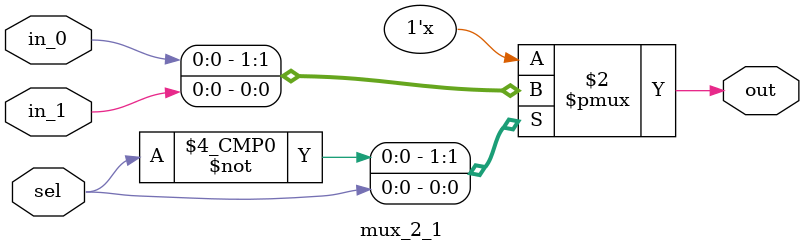
<source format=v>
module mux_2_1(
input in_0,in_1,sel,
output reg out);
always@(*) begin
case(sel)
1'b0: out=in_0;
1'b1: out=in_1;
endcase
end
endmodule


</source>
